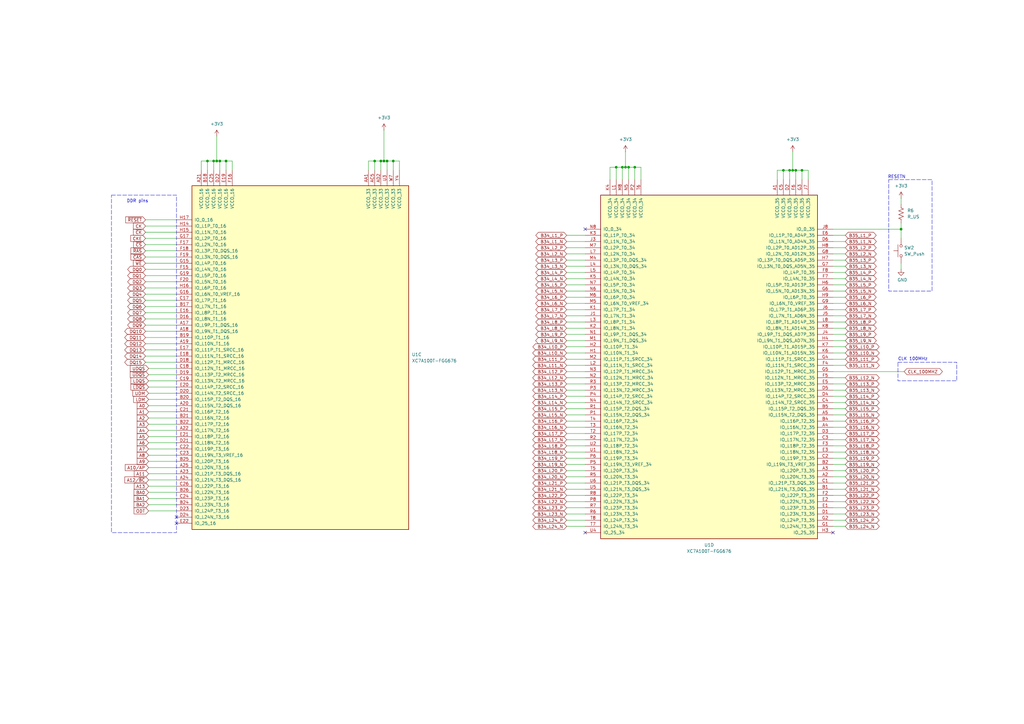
<source format=kicad_sch>
(kicad_sch (version 20231120) (generator "eeschema") (generator_version "8.0")
  (paper "A3")
  (junction (at 161.29 66.04))
  (junction (at 85.09 66.04))
  (junction (at 153.67 66.04))
  (junction (at 326.39 69.85))
  (junction (at 88.9 66.04))
  (junction (at 157.48 66.04))
  (junction (at 252.73 68.58))
  (junction (at 87.63 66.04))
  (junction (at 369.57 93.98))
  (junction (at 328.93 69.85))
  (junction (at 255.27 68.58))
  (junction (at 323.85 69.85))
  (junction (at 260.35 68.58))
  (junction (at 90.17 66.04))
  (junction (at 325.12 69.85))
  (junction (at 257.81 68.58))
  (junction (at 156.21 66.04))
  (junction (at 256.54 68.58))
  (junction (at 321.31 69.85))
  (junction (at 92.71 66.04))
  (junction (at 158.75 66.04))
  (no_connect (at 240.03 218.44))
  (no_connect (at 72.39 214.63))
  (no_connect (at 240.03 93.98))
  (no_connect (at 341.63 218.44))
  (no_connect (at 72.39 212.09))
  (wire (pts (xy 328.93 69.85) (xy 328.93 73.66)))
  (wire (pts (xy 232.41 101.6) (xy 240.03 101.6)))
  (wire (pts (xy 346.71 175.26) (xy 341.63 175.26)))
  (wire (pts (xy 59.69 123.19) (xy 72.39 123.19)))
  (wire (pts (xy 346.71 119.38) (xy 341.63 119.38)))
  (wire (pts (xy 331.47 73.66) (xy 331.47 69.85)))
  (wire (pts (xy 369.57 81.28) (xy 369.57 83.82)))
  (wire (pts (xy 346.71 142.24) (xy 341.63 142.24)))
  (wire (pts (xy 346.71 147.32) (xy 341.63 147.32)))
  (wire (pts (xy 72.39 173.99) (xy 60.96 173.99)))
  (wire (pts (xy 59.69 130.81) (xy 72.39 130.81)))
  (wire (pts (xy 85.09 66.04) (xy 85.09 69.85)))
  (wire (pts (xy 252.73 68.58) (xy 255.27 68.58)))
  (wire (pts (xy 346.71 162.56) (xy 341.63 162.56)))
  (wire (pts (xy 370.84 152.4) (xy 341.63 152.4)))
  (wire (pts (xy 232.41 185.42) (xy 240.03 185.42)))
  (wire (pts (xy 158.75 66.04) (xy 158.75 69.85)))
  (wire (pts (xy 156.21 66.04) (xy 157.48 66.04)))
  (wire (pts (xy 346.71 210.82) (xy 341.63 210.82)))
  (wire (pts (xy 346.71 106.68) (xy 341.63 106.68)))
  (wire (pts (xy 232.41 213.36) (xy 240.03 213.36)))
  (wire (pts (xy 232.41 193.04) (xy 240.03 193.04)))
  (wire (pts (xy 232.41 154.94) (xy 240.03 154.94)))
  (wire (pts (xy 346.71 180.34) (xy 341.63 180.34)))
  (wire (pts (xy 252.73 68.58) (xy 252.73 73.66)))
  (wire (pts (xy 346.71 104.14) (xy 341.63 104.14)))
  (wire (pts (xy 59.69 107.95) (xy 72.39 107.95)))
  (wire (pts (xy 346.71 215.9) (xy 341.63 215.9)))
  (wire (pts (xy 326.39 69.85) (xy 326.39 73.66)))
  (wire (pts (xy 346.71 124.46) (xy 341.63 124.46)))
  (wire (pts (xy 256.54 68.58) (xy 256.54 62.23)))
  (wire (pts (xy 59.69 128.27) (xy 72.39 128.27)))
  (wire (pts (xy 346.71 195.58) (xy 341.63 195.58)))
  (wire (pts (xy 156.21 66.04) (xy 156.21 69.85)))
  (wire (pts (xy 346.71 99.06) (xy 341.63 99.06)))
  (wire (pts (xy 346.71 208.28) (xy 341.63 208.28)))
  (wire (pts (xy 346.71 182.88) (xy 341.63 182.88)))
  (wire (pts (xy 260.35 68.58) (xy 257.81 68.58)))
  (wire (pts (xy 260.35 68.58) (xy 260.35 73.66)))
  (wire (pts (xy 72.39 204.47) (xy 60.96 204.47)))
  (wire (pts (xy 346.71 111.76) (xy 341.63 111.76)))
  (wire (pts (xy 232.41 210.82) (xy 240.03 210.82)))
  (wire (pts (xy 346.71 167.64) (xy 341.63 167.64)))
  (wire (pts (xy 232.41 104.14) (xy 240.03 104.14)))
  (wire (pts (xy 163.83 69.85) (xy 163.83 66.04)))
  (wire (pts (xy 161.29 66.04) (xy 163.83 66.04)))
  (wire (pts (xy 87.63 66.04) (xy 87.63 69.85)))
  (wire (pts (xy 157.48 66.04) (xy 158.75 66.04)))
  (wire (pts (xy 346.71 96.52) (xy 341.63 96.52)))
  (wire (pts (xy 72.39 186.69) (xy 60.96 186.69)))
  (wire (pts (xy 72.39 191.77) (xy 60.96 191.77)))
  (wire (pts (xy 346.71 203.2) (xy 341.63 203.2)))
  (wire (pts (xy 232.41 205.74) (xy 240.03 205.74)))
  (wire (pts (xy 262.89 73.66) (xy 262.89 68.58)))
  (wire (pts (xy 232.41 96.52) (xy 240.03 96.52)))
  (wire (pts (xy 151.13 69.85) (xy 151.13 66.04)))
  (wire (pts (xy 346.71 121.92) (xy 341.63 121.92)))
  (wire (pts (xy 59.69 125.73) (xy 72.39 125.73)))
  (wire (pts (xy 321.31 69.85) (xy 323.85 69.85)))
  (wire (pts (xy 232.41 172.72) (xy 240.03 172.72)))
  (wire (pts (xy 346.71 137.16) (xy 341.63 137.16)))
  (wire (pts (xy 59.69 133.35) (xy 72.39 133.35)))
  (wire (pts (xy 232.41 144.78) (xy 240.03 144.78)))
  (wire (pts (xy 72.39 207.01) (xy 60.96 207.01)))
  (wire (pts (xy 72.39 168.91) (xy 60.96 168.91)))
  (wire (pts (xy 232.41 142.24) (xy 240.03 142.24)))
  (wire (pts (xy 72.39 184.15) (xy 60.96 184.15)))
  (wire (pts (xy 232.41 106.68) (xy 240.03 106.68)))
  (wire (pts (xy 232.41 200.66) (xy 240.03 200.66)))
  (wire (pts (xy 60.96 151.13) (xy 72.39 151.13)))
  (wire (pts (xy 232.41 114.3) (xy 240.03 114.3)))
  (wire (pts (xy 153.67 66.04) (xy 153.67 69.85)))
  (wire (pts (xy 232.41 132.08) (xy 240.03 132.08)))
  (wire (pts (xy 85.09 66.04) (xy 87.63 66.04)))
  (wire (pts (xy 232.41 175.26) (xy 240.03 175.26)))
  (wire (pts (xy 346.71 139.7) (xy 341.63 139.7)))
  (wire (pts (xy 346.71 154.94) (xy 341.63 154.94)))
  (wire (pts (xy 323.85 69.85) (xy 323.85 73.66)))
  (wire (pts (xy 232.41 121.92) (xy 240.03 121.92)))
  (wire (pts (xy 346.71 129.54) (xy 341.63 129.54)))
  (wire (pts (xy 346.71 205.74) (xy 341.63 205.74)))
  (wire (pts (xy 72.39 166.37) (xy 60.96 166.37)))
  (wire (pts (xy 232.41 152.4) (xy 240.03 152.4)))
  (wire (pts (xy 232.41 203.2) (xy 240.03 203.2)))
  (wire (pts (xy 256.54 68.58) (xy 255.27 68.58)))
  (wire (pts (xy 232.41 99.06) (xy 240.03 99.06)))
  (wire (pts (xy 232.41 195.58) (xy 240.03 195.58)))
  (wire (pts (xy 82.55 69.85) (xy 82.55 66.04)))
  (wire (pts (xy 59.69 95.25) (xy 72.39 95.25)))
  (wire (pts (xy 59.69 90.17) (xy 72.39 90.17)))
  (wire (pts (xy 331.47 69.85) (xy 328.93 69.85)))
  (wire (pts (xy 90.17 66.04) (xy 88.9 66.04)))
  (wire (pts (xy 232.41 170.18) (xy 240.03 170.18)))
  (wire (pts (xy 346.71 114.3) (xy 341.63 114.3)))
  (wire (pts (xy 346.71 160.02) (xy 341.63 160.02)))
  (wire (pts (xy 82.55 66.04) (xy 85.09 66.04)))
  (wire (pts (xy 59.69 92.71) (xy 72.39 92.71)))
  (wire (pts (xy 318.77 69.85) (xy 321.31 69.85)))
  (wire (pts (xy 161.29 66.04) (xy 161.29 69.85)))
  (wire (pts (xy 72.39 194.31) (xy 60.96 194.31)))
  (wire (pts (xy 72.39 156.21) (xy 60.96 156.21)))
  (wire (pts (xy 250.19 73.66) (xy 250.19 68.58)))
  (wire (pts (xy 232.41 124.46) (xy 240.03 124.46)))
  (wire (pts (xy 72.39 209.55) (xy 60.96 209.55)))
  (wire (pts (xy 369.57 107.95) (xy 369.57 110.49)))
  (wire (pts (xy 369.57 93.98) (xy 369.57 97.79)))
  (wire (pts (xy 232.41 165.1) (xy 240.03 165.1)))
  (wire (pts (xy 346.71 134.62) (xy 341.63 134.62)))
  (wire (pts (xy 232.41 215.9) (xy 240.03 215.9)))
  (wire (pts (xy 88.9 66.04) (xy 88.9 55.88)))
  (wire (pts (xy 232.41 129.54) (xy 240.03 129.54)))
  (wire (pts (xy 346.71 177.8) (xy 341.63 177.8)))
  (wire (pts (xy 95.25 69.85) (xy 95.25 66.04)))
  (wire (pts (xy 72.39 161.29) (xy 60.96 161.29)))
  (wire (pts (xy 325.12 69.85) (xy 323.85 69.85)))
  (wire (pts (xy 59.69 135.89) (xy 72.39 135.89)))
  (wire (pts (xy 255.27 73.66) (xy 255.27 68.58)))
  (wire (pts (xy 72.39 196.85) (xy 60.96 196.85)))
  (wire (pts (xy 346.71 198.12) (xy 341.63 198.12)))
  (wire (pts (xy 232.41 198.12) (xy 240.03 198.12)))
  (wire (pts (xy 59.69 100.33) (xy 72.39 100.33)))
  (wire (pts (xy 232.41 134.62) (xy 240.03 134.62)))
  (wire (pts (xy 346.71 149.86) (xy 341.63 149.86)))
  (wire (pts (xy 232.41 177.8) (xy 240.03 177.8)))
  (wire (pts (xy 157.48 66.04) (xy 157.48 53.34)))
  (wire (pts (xy 346.71 170.18) (xy 341.63 170.18)))
  (wire (pts (xy 346.71 116.84) (xy 341.63 116.84)))
  (wire (pts (xy 95.25 66.04) (xy 92.71 66.04)))
  (wire (pts (xy 318.77 73.66) (xy 318.77 69.85)))
  (wire (pts (xy 232.41 137.16) (xy 240.03 137.16)))
  (wire (pts (xy 232.41 109.22) (xy 240.03 109.22)))
  (wire (pts (xy 87.63 66.04) (xy 88.9 66.04)))
  (wire (pts (xy 232.41 187.96) (xy 240.03 187.96)))
  (wire (pts (xy 346.71 132.08) (xy 341.63 132.08)))
  (wire (pts (xy 346.71 101.6) (xy 341.63 101.6)))
  (wire (pts (xy 72.39 199.39) (xy 60.96 199.39)))
  (wire (pts (xy 232.41 167.64) (xy 240.03 167.64)))
  (wire (pts (xy 72.39 163.83) (xy 60.96 163.83)))
  (wire (pts (xy 59.69 140.97) (xy 72.39 140.97)))
  (wire (pts (xy 257.81 68.58) (xy 257.81 73.66)))
  (wire (pts (xy 232.41 139.7) (xy 240.03 139.7)))
  (wire (pts (xy 326.39 69.85) (xy 325.12 69.85)))
  (wire (pts (xy 346.71 200.66) (xy 341.63 200.66)))
  (wire (pts (xy 59.69 143.51) (xy 72.39 143.51)))
  (wire (pts (xy 232.41 182.88) (xy 240.03 182.88)))
  (wire (pts (xy 369.57 91.44) (xy 369.57 93.98)))
  (wire (pts (xy 59.69 118.11) (xy 72.39 118.11)))
  (wire (pts (xy 346.71 109.22) (xy 341.63 109.22)))
  (wire (pts (xy 90.17 66.04) (xy 90.17 69.85)))
  (wire (pts (xy 59.69 105.41) (xy 72.39 105.41)))
  (wire (pts (xy 59.69 97.79) (xy 72.39 97.79)))
  (wire (pts (xy 232.41 208.28) (xy 240.03 208.28)))
  (wire (pts (xy 232.41 119.38) (xy 240.03 119.38)))
  (wire (pts (xy 325.12 69.85) (xy 325.12 62.23)))
  (wire (pts (xy 232.41 157.48) (xy 240.03 157.48)))
  (wire (pts (xy 60.96 153.67) (xy 72.39 153.67)))
  (wire (pts (xy 256.54 68.58) (xy 257.81 68.58)))
  (wire (pts (xy 72.39 201.93) (xy 60.96 201.93)))
  (wire (pts (xy 59.69 115.57) (xy 72.39 115.57)))
  (wire (pts (xy 232.41 162.56) (xy 240.03 162.56)))
  (wire (pts (xy 59.69 146.05) (xy 72.39 146.05)))
  (wire (pts (xy 232.41 180.34) (xy 240.03 180.34)))
  (wire (pts (xy 346.71 165.1) (xy 341.63 165.1)))
  (wire (pts (xy 250.19 68.58) (xy 252.73 68.58)))
  (wire (pts (xy 72.39 176.53) (xy 60.96 176.53)))
  (wire (pts (xy 72.39 181.61) (xy 60.96 181.61)))
  (wire (pts (xy 59.69 102.87) (xy 72.39 102.87)))
  (wire (pts (xy 92.71 66.04) (xy 90.17 66.04)))
  (wire (pts (xy 346.71 213.36) (xy 341.63 213.36)))
  (wire (pts (xy 346.71 185.42) (xy 341.63 185.42)))
  (wire (pts (xy 262.89 68.58) (xy 260.35 68.58)))
  (wire (pts (xy 346.71 157.48) (xy 341.63 157.48)))
  (wire (pts (xy 232.41 116.84) (xy 240.03 116.84)))
  (wire (pts (xy 232.41 127) (xy 240.03 127)))
  (wire (pts (xy 346.71 190.5) (xy 341.63 190.5)))
  (wire (pts (xy 341.63 93.98) (xy 369.57 93.98)))
  (wire (pts (xy 92.71 66.04) (xy 92.71 69.85)))
  (wire (pts (xy 72.39 171.45) (xy 60.96 171.45)))
  (wire (pts (xy 232.41 190.5) (xy 240.03 190.5)))
  (wire (pts (xy 346.71 187.96) (xy 341.63 187.96)))
  (wire (pts (xy 153.67 66.04) (xy 156.21 66.04)))
  (wire (pts (xy 72.39 158.75) (xy 60.96 158.75)))
  (wire (pts (xy 232.41 147.32) (xy 240.03 147.32)))
  (wire (pts (xy 232.41 149.86) (xy 240.03 149.86)))
  (wire (pts (xy 72.39 189.23) (xy 60.96 189.23)))
  (wire (pts (xy 72.39 179.07) (xy 60.96 179.07)))
  (wire (pts (xy 321.31 69.85) (xy 321.31 73.66)))
  (wire (pts (xy 346.71 127) (xy 341.63 127)))
  (wire (pts (xy 59.69 120.65) (xy 72.39 120.65)))
  (wire (pts (xy 346.71 193.04) (xy 341.63 193.04)))
  (wire (pts (xy 59.69 113.03) (xy 72.39 113.03)))
  (wire (pts (xy 158.75 66.04) (xy 161.29 66.04)))
  (wire (pts (xy 232.41 160.02) (xy 240.03 160.02)))
  (wire (pts (xy 59.69 148.59) (xy 72.39 148.59)))
  (wire (pts (xy 346.71 144.78) (xy 341.63 144.78)))
  (wire (pts (xy 232.41 111.76) (xy 240.03 111.76)))
  (wire (pts (xy 328.93 69.85) (xy 326.39 69.85)))
  (wire (pts (xy 346.71 172.72) (xy 341.63 172.72)))
  (wire (pts (xy 59.69 110.49) (xy 72.39 110.49)))
  (wire (pts (xy 59.69 138.43) (xy 72.39 138.43)))
  (wire (pts (xy 151.13 66.04) (xy 153.67 66.04)))
  (rectangle (start 368.3 148.59) (end 392.43 156.21) (stroke (width 0) (type dash)))
  (rectangle (start 45.72 80.01) (end 72.39 218.44) (stroke (width 0) (type dash)))
  (rectangle (start 364.49 73.66) (end 382.27 119.38) (stroke (width 0) (type dash)))
  (text "RESETN" (at 367.792 72.644 0) (effects (font (size 1.27 1.27))))
  (text "CLK 100MHz" (at 374.396 147.32 0) (effects (font (size 1.27 1.27))))
  (text "DDR pins" (at 56.388 82.55 0) (effects (font (size 1.27 1.27))))
  (global_label "B35_L17_N" (shape bidirectional) (at 346.71 180.34 0) (property "Intersheetrefs" "${INTERSHEET_REFS}" (effects (hide yes))))
  (global_label "B34_L14_P" (shape bidirectional) (at 232.41 162.56 180) (property "Intersheetrefs" "${INTERSHEET_REFS}" (effects (hide yes))))
  (global_label "LDM" (shape input) (at 60.96 163.83 180) (property "Intersheetrefs" "${INTERSHEET_REFS}" (effects (hide yes))))
  (global_label "B35_L18_N" (shape bidirectional) (at 346.71 185.42 0) (property "Intersheetrefs" "${INTERSHEET_REFS}" (effects (hide yes))))
  (global_label "B34_L12_P" (shape bidirectional) (at 232.41 152.4 180) (property "Intersheetrefs" "${INTERSHEET_REFS}" (effects (hide yes))))
  (global_label "B34_L19_P" (shape bidirectional) (at 232.41 187.96 180) (property "Intersheetrefs" "${INTERSHEET_REFS}" (effects (hide yes))))
  (global_label "B35_L15_N" (shape bidirectional) (at 346.71 170.18 0) (property "Intersheetrefs" "${INTERSHEET_REFS}" (effects (hide yes))))
  (global_label "B34_L3_P" (shape bidirectional) (at 232.41 106.68 180) (property "Intersheetrefs" "${INTERSHEET_REFS}" (effects (hide yes))))
  (global_label "DQ0" (shape bidirectional) (at 59.69 110.49 180) (property "Intersheetrefs" "${INTERSHEET_REFS}" (effects (hide yes))))
  (global_label "B34_L6_P" (shape bidirectional) (at 232.41 121.92 180) (property "Intersheetrefs" "${INTERSHEET_REFS}" (effects (hide yes))))
  (global_label "B35_L6_P" (shape bidirectional) (at 346.71 121.92 0) (property "Intersheetrefs" "${INTERSHEET_REFS}" (effects (hide yes))))
  (global_label "B34_L11_N" (shape bidirectional) (at 232.41 149.86 180) (property "Intersheetrefs" "${INTERSHEET_REFS}" (effects (hide yes))))
  (global_label "B35_L14_N" (shape bidirectional) (at 346.71 165.1 0) (property "Intersheetrefs" "${INTERSHEET_REFS}" (effects (hide yes))))
  (global_label "B35_L24_P" (shape bidirectional) (at 346.71 213.36 0) (property "Intersheetrefs" "${INTERSHEET_REFS}" (effects (hide yes))))
  (global_label "DQ6" (shape bidirectional) (at 59.69 125.73 180) (property "Intersheetrefs" "${INTERSHEET_REFS}" (effects (hide yes))))
  (global_label "B34_L17_P" (shape bidirectional) (at 232.41 177.8 180) (property "Intersheetrefs" "${INTERSHEET_REFS}" (effects (hide yes))))
  (global_label "B35_L23_N" (shape bidirectional) (at 346.71 210.82 0) (property "Intersheetrefs" "${INTERSHEET_REFS}" (effects (hide yes))))
  (global_label "B35_L3_N" (shape bidirectional) (at 346.71 109.22 0) (property "Intersheetrefs" "${INTERSHEET_REFS}" (effects (hide yes))))
  (global_label "B35_L13_P" (shape bidirectional) (at 346.71 157.48 0) (property "Intersheetrefs" "${INTERSHEET_REFS}" (effects (hide yes))))
  (global_label "B35_L9_N" (shape bidirectional) (at 346.71 139.7 0) (property "Intersheetrefs" "${INTERSHEET_REFS}" (effects (hide yes))))
  (global_label "B35_L20_N" (shape bidirectional) (at 346.71 195.58 0) (property "Intersheetrefs" "${INTERSHEET_REFS}" (effects (hide yes))))
  (global_label "B34_L2_N" (shape bidirectional) (at 232.41 104.14 180) (property "Intersheetrefs" "${INTERSHEET_REFS}" (effects (hide yes))))
  (global_label "DQ9" (shape bidirectional) (at 59.69 133.35 180) (property "Intersheetrefs" "${INTERSHEET_REFS}" (effects (hide yes))))
  (global_label "B34_L1_N" (shape bidirectional) (at 232.41 99.06 180) (property "Intersheetrefs" "${INTERSHEET_REFS}" (effects (hide yes))))
  (global_label "B35_L7_N" (shape bidirectional) (at 346.71 129.54 0) (property "Intersheetrefs" "${INTERSHEET_REFS}" (effects (hide yes))))
  (global_label "B34_L16_P" (shape bidirectional) (at 232.41 172.72 180) (property "Intersheetrefs" "${INTERSHEET_REFS}" (effects (hide yes))))
  (global_label "B35_L23_P" (shape bidirectional) (at 346.71 208.28 0) (property "Intersheetrefs" "${INTERSHEET_REFS}" (effects (hide yes))))
  (global_label "A3" (shape input) (at 60.96 173.99 180) (property "Intersheetrefs" "${INTERSHEET_REFS}" (effects (hide yes))))
  (global_label "B35_L2_P" (shape bidirectional) (at 346.71 101.6 0) (property "Intersheetrefs" "${INTERSHEET_REFS}" (effects (hide yes))))
  (global_label "B34_L7_P" (shape bidirectional) (at 232.41 127 180) (property "Intersheetrefs" "${INTERSHEET_REFS}" (effects (hide yes))))
  (global_label "B35_L1_N" (shape bidirectional) (at 346.71 99.06 0) (property "Intersheetrefs" "${INTERSHEET_REFS}" (effects (hide yes))))
  (global_label "A8" (shape input) (at 60.96 186.69 180) (property "Intersheetrefs" "${INTERSHEET_REFS}" (effects (hide yes))))
  (global_label "B35_L8_N" (shape bidirectional) (at 346.71 134.62 0) (property "Intersheetrefs" "${INTERSHEET_REFS}" (effects (hide yes))))
  (global_label "DQ8" (shape bidirectional) (at 59.69 130.81 180) (property "Intersheetrefs" "${INTERSHEET_REFS}" (effects (hide yes))))
  (global_label "B35_L19_N" (shape bidirectional) (at 346.71 190.5 0) (property "Intersheetrefs" "${INTERSHEET_REFS}" (effects (hide yes))))
  (global_label "B35_L21_P" (shape bidirectional) (at 346.71 198.12 0) (property "Intersheetrefs" "${INTERSHEET_REFS}" (effects (hide yes))))
  (global_label "BA2" (shape input) (at 60.96 207.01 180) (property "Intersheetrefs" "${INTERSHEET_REFS}" (effects (hide yes))))
  (global_label "B34_L10_N" (shape bidirectional) (at 232.41 144.78 180) (property "Intersheetrefs" "${INTERSHEET_REFS}" (effects (hide yes))))
  (global_label "CK" (shape input) (at 59.69 92.71 180) (property "Intersheetrefs" "${INTERSHEET_REFS}" (effects (hide yes))))
  (global_label "B35_L4_N" (shape bidirectional) (at 346.71 114.3 0) (property "Intersheetrefs" "${INTERSHEET_REFS}" (effects (hide yes))))
  (global_label "B34_L15_N" (shape bidirectional) (at 232.41 170.18 180) (property "Intersheetrefs" "${INTERSHEET_REFS}" (effects (hide yes))))
  (global_label "B34_L9_P" (shape bidirectional) (at 232.41 137.16 180) (property "Intersheetrefs" "${INTERSHEET_REFS}" (effects (hide yes))))
  (global_label "B34_L7_N" (shape bidirectional) (at 232.41 129.54 180) (property "Intersheetrefs" "${INTERSHEET_REFS}" (effects (hide yes))))
  (global_label "B34_L8_N" (shape bidirectional) (at 232.41 134.62 180) (property "Intersheetrefs" "${INTERSHEET_REFS}" (effects (hide yes))))
  (global_label "B35_L12_N" (shape bidirectional) (at 346.71 154.94 0) (property "Intersheetrefs" "${INTERSHEET_REFS}" (effects (hide yes))))
  (global_label "DQ7" (shape bidirectional) (at 59.69 128.27 180) (property "Intersheetrefs" "${INTERSHEET_REFS}" (effects (hide yes))))
  (global_label "B34_L4_P" (shape bidirectional) (at 232.41 111.76 180) (property "Intersheetrefs" "${INTERSHEET_REFS}" (effects (hide yes))))
  (global_label "B35_L16_P" (shape bidirectional) (at 346.71 172.72 0) (property "Intersheetrefs" "${INTERSHEET_REFS}" (effects (hide yes))))
  (global_label "B35_L6_N" (shape bidirectional) (at 346.71 124.46 0) (property "Intersheetrefs" "${INTERSHEET_REFS}" (effects (hide yes))))
  (global_label "~{LDQS}" (shape input) (at 60.96 158.75 180) (property "Intersheetrefs" "${INTERSHEET_REFS}" (effects (hide yes))))
  (global_label "B35_L17_P" (shape bidirectional) (at 346.71 177.8 0) (property "Intersheetrefs" "${INTERSHEET_REFS}" (effects (hide yes))))
  (global_label "B34_L19_N" (shape bidirectional) (at 232.41 190.5 180) (property "Intersheetrefs" "${INTERSHEET_REFS}" (effects (hide yes))))
  (global_label "B35_L11_N" (shape bidirectional) (at 346.71 149.86 0) (property "Intersheetrefs" "${INTERSHEET_REFS}" (effects (hide yes))))
  (global_label "A1" (shape input) (at 60.96 168.91 180) (property "Intersheetrefs" "${INTERSHEET_REFS}" (effects (hide yes))))
  (global_label "~{UDQS}" (shape input) (at 60.96 153.67 180) (property "Intersheetrefs" "${INTERSHEET_REFS}" (effects (hide yes))))
  (global_label "B34_L8_P" (shape bidirectional) (at 232.41 132.08 180) (property "Intersheetrefs" "${INTERSHEET_REFS}" (effects (hide yes))))
  (global_label "B35_L18_P" (shape bidirectional) (at 346.71 182.88 0) (property "Intersheetrefs" "${INTERSHEET_REFS}" (effects (hide yes))))
  (global_label "DQ1" (shape bidirectional) (at 59.69 113.03 180) (property "Intersheetrefs" "${INTERSHEET_REFS}" (effects (hide yes))))
  (global_label "B35_L11_P" (shape bidirectional) (at 346.71 147.32 0) (property "Intersheetrefs" "${INTERSHEET_REFS}" (effects (hide yes))))
  (global_label "B34_L10_P" (shape bidirectional) (at 232.41 142.24 180) (property "Intersheetrefs" "${INTERSHEET_REFS}" (effects (hide yes))))
  (global_label "~{CAS}" (shape input) (at 59.69 105.41 180) (property "Intersheetrefs" "${INTERSHEET_REFS}" (effects (hide yes))))
  (global_label "B35_L22_P" (shape bidirectional) (at 346.71 203.2 0) (property "Intersheetrefs" "${INTERSHEET_REFS}" (effects (hide yes))))
  (global_label "B34_L20_P" (shape bidirectional) (at 232.41 193.04 180) (property "Intersheetrefs" "${INTERSHEET_REFS}" (effects (hide yes))))
  (global_label "B34_L4_N" (shape bidirectional) (at 232.41 114.3 180) (property "Intersheetrefs" "${INTERSHEET_REFS}" (effects (hide yes))))
  (global_label "B34_L17_N" (shape bidirectional) (at 232.41 180.34 180) (property "Intersheetrefs" "${INTERSHEET_REFS}" (effects (hide yes))))
  (global_label "B35_L9_P" (shape bidirectional) (at 346.71 137.16 0) (property "Intersheetrefs" "${INTERSHEET_REFS}" (effects (hide yes))))
  (global_label "B34_L24_P" (shape bidirectional) (at 232.41 213.36 180) (property "Intersheetrefs" "${INTERSHEET_REFS}" (effects (hide yes))))
  (global_label "B34_L22_N" (shape bidirectional) (at 232.41 205.74 180) (property "Intersheetrefs" "${INTERSHEET_REFS}" (effects (hide yes))))
  (global_label "B34_L6_N" (shape bidirectional) (at 232.41 124.46 180) (property "Intersheetrefs" "${INTERSHEET_REFS}" (effects (hide yes))))
  (global_label "LDQS" (shape input) (at 60.96 156.21 180) (property "Intersheetrefs" "${INTERSHEET_REFS}" (effects (hide yes))))
  (global_label "B34_L21_N" (shape bidirectional) (at 232.41 200.66 180) (property "Intersheetrefs" "${INTERSHEET_REFS}" (effects (hide yes))))
  (global_label "B35_L19_P" (shape bidirectional) (at 346.71 187.96 0) (property "Intersheetrefs" "${INTERSHEET_REFS}" (effects (hide yes))))
  (global_label "B34_L18_N" (shape bidirectional) (at 232.41 185.42 180) (property "Intersheetrefs" "${INTERSHEET_REFS}" (effects (hide yes))))
  (global_label "B35_L3_P" (shape bidirectional) (at 346.71 106.68 0) (property "Intersheetrefs" "${INTERSHEET_REFS}" (effects (hide yes))))
  (global_label "B34_L23_P" (shape bidirectional) (at 232.41 208.28 180) (property "Intersheetrefs" "${INTERSHEET_REFS}" (effects (hide yes))))
  (global_label "DQ15" (shape bidirectional) (at 59.69 148.59 180) (property "Intersheetrefs" "${INTERSHEET_REFS}" (effects (hide yes))))
  (global_label "B35_L1_P" (shape bidirectional) (at 346.71 96.52 0) (property "Intersheetrefs" "${INTERSHEET_REFS}" (effects (hide yes))))
  (global_label "BA0" (shape input) (at 60.96 201.93 180) (property "Intersheetrefs" "${INTERSHEET_REFS}" (effects (hide yes))))
  (global_label "BA1" (shape input) (at 60.96 204.47 180) (property "Intersheetrefs" "${INTERSHEET_REFS}" (effects (hide yes))))
  (global_label "CLK_100MHZ" (shape bidirectional) (at 370.84 152.4 0) (property "Intersheetrefs" "${INTERSHEET_REFS}" (effects (hide yes))))
  (global_label "~{WE}" (shape input) (at 59.69 107.95 180) (property "Intersheetrefs" "${INTERSHEET_REFS}" (effects (hide yes))))
  (global_label "B35_L14_P" (shape bidirectional) (at 346.71 162.56 0) (property "Intersheetrefs" "${INTERSHEET_REFS}" (effects (hide yes))))
  (global_label "A6" (shape input) (at 60.96 181.61 180) (property "Intersheetrefs" "${INTERSHEET_REFS}" (effects (hide yes))))
  (global_label "A7" (shape input) (at 60.96 184.15 180) (property "Intersheetrefs" "${INTERSHEET_REFS}" (effects (hide yes))))
  (global_label "B34_L11_P" (shape bidirectional) (at 232.41 147.32 180) (property "Intersheetrefs" "${INTERSHEET_REFS}" (effects (hide yes))))
  (global_label "B34_L9_N" (shape bidirectional) (at 232.41 139.7 180) (property "Intersheetrefs" "${INTERSHEET_REFS}" (effects (hide yes))))
  (global_label "B35_L7_P" (shape bidirectional) (at 346.71 127 0) (property "Intersheetrefs" "${INTERSHEET_REFS}" (effects (hide yes))))
  (global_label "DQ11" (shape bidirectional) (at 59.69 138.43 180) (property "Intersheetrefs" "${INTERSHEET_REFS}" (effects (hide yes))))
  (global_label "B34_L13_N" (shape bidirectional) (at 232.41 160.02 180) (property "Intersheetrefs" "${INTERSHEET_REFS}" (effects (hide yes))))
  (global_label "B35_L5_N" (shape bidirectional) (at 346.71 119.38 0) (property "Intersheetrefs" "${INTERSHEET_REFS}" (effects (hide yes))))
  (global_label "B34_L2_P" (shape bidirectional) (at 232.41 101.6 180) (property "Intersheetrefs" "${INTERSHEET_REFS}" (effects (hide yes))))
  (global_label "B34_L5_N" (shape bidirectional) (at 232.41 119.38 180) (property "Intersheetrefs" "${INTERSHEET_REFS}" (effects (hide yes))))
  (global_label "B35_L10_P" (shape bidirectional) (at 346.71 142.24 0) (property "Intersheetrefs" "${INTERSHEET_REFS}" (effects (hide yes))))
  (global_label "DQ2" (shape bidirectional) (at 59.69 115.57 180) (property "Intersheetrefs" "${INTERSHEET_REFS}" (effects (hide yes))))
  (global_label "~{CS}" (shape input) (at 59.69 100.33 180) (property "Intersheetrefs" "${INTERSHEET_REFS}" (effects (hide yes))))
  (global_label "B34_L1_P" (shape bidirectional) (at 232.41 96.52 180) (property "Intersheetrefs" "${INTERSHEET_REFS}" (effects (hide yes))))
  (global_label "DQ4" (shape bidirectional) (at 59.69 120.65 180) (property "Intersheetrefs" "${INTERSHEET_REFS}" (effects (hide yes))))
  (global_label "B35_L2_N" (shape bidirectional) (at 346.71 104.14 0) (property "Intersheetrefs" "${INTERSHEET_REFS}" (effects (hide yes))))
  (global_label "~{RAS}" (shape input) (at 59.69 102.87 180) (property "Intersheetrefs" "${INTERSHEET_REFS}" (effects (hide yes))))
  (global_label "B35_L21_N" (shape bidirectional) (at 346.71 200.66 0) (property "Intersheetrefs" "${INTERSHEET_REFS}" (effects (hide yes))))
  (global_label "A5" (shape input) (at 60.96 179.07 180) (property "Intersheetrefs" "${INTERSHEET_REFS}" (effects (hide yes))))
  (global_label "B35_L15_P" (shape bidirectional) (at 346.71 167.64 0) (property "Intersheetrefs" "${INTERSHEET_REFS}" (effects (hide yes))))
  (global_label "B35_L8_P" (shape bidirectional) (at 346.71 132.08 0) (property "Intersheetrefs" "${INTERSHEET_REFS}" (effects (hide yes))))
  (global_label "~{CK}" (shape input) (at 59.69 95.25 180) (property "Intersheetrefs" "${INTERSHEET_REFS}" (effects (hide yes))))
  (global_label "DQ14" (shape bidirectional) (at 59.69 146.05 180) (property "Intersheetrefs" "${INTERSHEET_REFS}" (effects (hide yes))))
  (global_label "ODT" (shape input) (at 60.96 209.55 180) (property "Intersheetrefs" "${INTERSHEET_REFS}" (effects (hide yes))))
  (global_label "B34_L5_P" (shape bidirectional) (at 232.41 116.84 180) (property "Intersheetrefs" "${INTERSHEET_REFS}" (effects (hide yes))))
  (global_label "B35_L10_N" (shape bidirectional) (at 346.71 144.78 0) (property "Intersheetrefs" "${INTERSHEET_REFS}" (effects (hide yes))))
  (global_label "B34_L21_P" (shape bidirectional) (at 232.41 198.12 180) (property "Intersheetrefs" "${INTERSHEET_REFS}" (effects (hide yes))))
  (global_label "B34_L12_N" (shape bidirectional) (at 232.41 154.94 180) (property "Intersheetrefs" "${INTERSHEET_REFS}" (effects (hide yes))))
  (global_label "B34_L15_P" (shape bidirectional) (at 232.41 167.64 180) (property "Intersheetrefs" "${INTERSHEET_REFS}" (effects (hide yes))))
  (global_label "DQ13" (shape bidirectional) (at 59.69 143.51 180) (property "Intersheetrefs" "${INTERSHEET_REFS}" (effects (hide yes))))
  (global_label "B34_L23_N" (shape bidirectional) (at 232.41 210.82 180) (property "Intersheetrefs" "${INTERSHEET_REFS}" (effects (hide yes))))
  (global_label "B35_L4_P" (shape bidirectional) (at 346.71 111.76 0) (property "Intersheetrefs" "${INTERSHEET_REFS}" (effects (hide yes))))
  (global_label "A9" (shape input) (at 60.96 189.23 180) (property "Intersheetrefs" "${INTERSHEET_REFS}" (effects (hide yes))))
  (global_label "B34_L18_P" (shape bidirectional) (at 232.41 182.88 180) (property "Intersheetrefs" "${INTERSHEET_REFS}" (effects (hide yes))))
  (global_label "DQ12" (shape bidirectional) (at 59.69 140.97 180) (property "Intersheetrefs" "${INTERSHEET_REFS}" (effects (hide yes))))
  (global_label "UDQS" (shape input) (at 60.96 151.13 180) (property "Intersheetrefs" "${INTERSHEET_REFS}" (effects (hide yes))))
  (global_label "B34_L20_N" (shape bidirectional) (at 232.41 195.58 180) (property "Intersheetrefs" "${INTERSHEET_REFS}" (effects (hide yes))))
  (global_label "CKE" (shape input) (at 59.69 97.79 180) (property "Intersheetrefs" "${INTERSHEET_REFS}" (effects (hide yes))))
  (global_label "A2" (shape input) (at 60.96 171.45 180) (property "Intersheetrefs" "${INTERSHEET_REFS}" (effects (hide yes))))
  (global_label "B34_L24_N" (shape bidirectional) (at 232.41 215.9 180) (property "Intersheetrefs" "${INTERSHEET_REFS}" (effects (hide yes))))
  (global_label "B35_L5_P" (shape bidirectional) (at 346.71 116.84 0) (property "Intersheetrefs" "${INTERSHEET_REFS}" (effects (hide yes))))
  (global_label "B34_L22_P" (shape bidirectional) (at 232.41 203.2 180) (property "Intersheetrefs" "${INTERSHEET_REFS}" (effects (hide yes))))
  (global_label "B34_L3_N" (shape bidirectional) (at 232.41 109.22 180) (property "Intersheetrefs" "${INTERSHEET_REFS}" (effects (hide yes))))
  (global_label "B35_L24_N" (shape bidirectional) (at 346.71 215.9 0) (property "Intersheetrefs" "${INTERSHEET_REFS}" (effects (hide yes))))
  (global_label "~{RESET}" (shape input) (at 59.69 90.17 180) (property "Intersheetrefs" "${INTERSHEET_REFS}" (effects (hide yes))))
  (global_label "B35_L16_N" (shape bidirectional) (at 346.71 175.26 0) (property "Intersheetrefs" "${INTERSHEET_REFS}" (effects (hide yes))))
  (global_label "B35_L20_P" (shape bidirectional) (at 346.71 193.04 0) (property "Intersheetrefs" "${INTERSHEET_REFS}" (effects (hide yes))))
  (global_label "A13" (shape input) (at 60.96 199.39 180) (property "Intersheetrefs" "${INTERSHEET_REFS}" (effects (hide yes))))
  (global_label "B34_L13_P" (shape bidirectional) (at 232.41 157.48 180) (property "Intersheetrefs" "${INTERSHEET_REFS}" (effects (hide yes))))
  (global_label "DQ5" (shape bidirectional) (at 59.69 123.19 180) (property "Intersheetrefs" "${INTERSHEET_REFS}" (effects (hide yes))))
  (global_label "A11" (shape input) (at 60.96 194.31 180) (property "Intersheetrefs" "${INTERSHEET_REFS}" (effects (hide yes))))
  (global_label "B35_L22_N" (shape bidirectional) (at 346.71 205.74 0) (property "Intersheetrefs" "${INTERSHEET_REFS}" (effects (hide yes))))
  (global_label "A12/~{BC}" (shape input) (at 60.96 196.85 180) (property "Intersheetrefs" "${INTERSHEET_REFS}" (effects (hide yes))))
  (global_label "B34_L16_N" (shape bidirectional) (at 232.41 175.26 180) (property "Intersheetrefs" "${INTERSHEET_REFS}" (effects (hide yes))))
  (global_label "DQ10" (shape bidirectional) (at 59.69 135.89 180) (property "Intersheetrefs" "${INTERSHEET_REFS}" (effects (hide yes))))
  (global_label "B34_L14_N" (shape bidirectional) (at 232.41 165.1 180) (property "Intersheetrefs" "${INTERSHEET_REFS}" (effects (hide yes))))
  (global_label "A0" (shape input) (at 60.96 166.37 180) (property "Intersheetrefs" "${INTERSHEET_REFS}" (effects (hide yes))))
  (global_label "UDM" (shape input) (at 60.96 161.29 180) (property "Intersheetrefs" "${INTERSHEET_REFS}" (effects (hide yes))))
  (global_label "A10/AP" (shape input) (at 60.96 191.77 180) (property "Intersheetrefs" "${INTERSHEET_REFS}" (effects (hide yes))))
  (global_label "A4" (shape input) (at 60.96 176.53 180) (property "Intersheetrefs" "${INTERSHEET_REFS}" (effects (hide yes))))
  (global_label "B35_L13_N" (shape bidirectional) (at 346.71 160.02 0) (property "Intersheetrefs" "${INTERSHEET_REFS}" (effects (hide yes))))
  (global_label "DQ3" (shape bidirectional) (at 59.69 118.11 180) (property "Intersheetrefs" "${INTERSHEET_REFS}" (effects (hide yes))))
  (symbol (lib_id "power:+3V3") (at 256.54 62.23 0) (unit 1)
    (property "Reference" "#PWR09" (effects (hide yes)))
    (property "Value" "+3V3" (at 256.54 57.15 0))
    (property "Description" "Power symbol creates a global label with name \"+3V3\"" (effects (hide yes)))
  )
  (symbol (lib_id "Switch:SW_Push") (at 369.57 102.87 90) (unit 1)
    (property "Reference" "SW2" (at 370.84 101.5999 90) (effects (justify right)))
    (property "Value" "SW_Push" (at 370.84 104.1399 90) (effects (justify right)))
    (property "Description" "Push button switch, generic, two pins" (effects (hide yes)))
  )
  (symbol (lib_id "FPGA_Xilinx_Artix7:XC7A100T-FGG676") (at 290.83 147.32 0) (unit 4)
    (property "Reference" "U1" (at 290.83 223.52 0))
    (property "Value" "XC7A100T-FGG676" (at 290.83 226.06 0))
    (property "Description" "Artix 7 T 100 XC7A100T-FGG676" (effects (hide yes)))
  )
  (symbol (lib_id "power:+3V3") (at 325.12 62.23 0) (unit 1)
    (property "Reference" "#PWR010" (effects (hide yes)))
    (property "Value" "+3V3" (at 325.12 57.15 0))
    (property "Description" "Power symbol creates a global label with name \"+3V3\"" (effects (hide yes)))
  )
  (symbol (lib_id "power:+3V3") (at 88.9 55.88 0) (unit 1)
    (property "Reference" "#PWR07" (effects (hide yes)))
    (property "Value" "+3V3" (at 88.9 50.8 0))
    (property "Description" "Power symbol creates a global label with name \"+3V3\"" (effects (hide yes)))
  )
  (symbol (lib_id "power:+3V3") (at 157.48 53.34 0) (unit 1)
    (property "Reference" "#PWR08" (effects (hide yes)))
    (property "Value" "+3V3" (at 157.48 48.26 0))
    (property "Description" "Power symbol creates a global label with name \"+3V3\"" (effects (hide yes)))
  )
  (symbol (lib_id "Device:R_US") (at 369.57 87.63 0) (unit 1)
    (property "Reference" "R6" (at 372.11 86.3599 0) (effects (justify left)))
    (property "Value" "R_US" (at 372.11 88.8999 0) (effects (justify left)))
    (property "Description" "Resistor, US symbol" (effects (hide yes)))
  )
  (symbol (lib_id "power:GND") (at 369.57 110.49 0) (unit 1)
    (property "Reference" "#PWR023" (effects (hide yes)))
    (property "Value" "GND" (at 368.046 114.808 0) (effects (justify left)))
    (property "Description" "Power symbol creates a global label with name \"GND\" , ground" (effects (hide yes)))
  )
  (symbol (lib_id "FPGA_Xilinx_Artix7:XC7A100T-FGG676") (at 123.19 143.51 0) (unit 3)
    (property "Reference" "U1" (at 168.91 145.4149 0) (effects (justify left)))
    (property "Value" "XC7A100T-FGG676" (at 168.91 147.9549 0) (effects (justify left)))
    (property "Description" "Artix 7 T 100 XC7A100T-FGG676" (effects (hide yes)))
  )
  (symbol (lib_id "power:+3V3") (at 369.57 81.28 0) (unit 1)
    (property "Reference" "#PWR022" (effects (hide yes)))
    (property "Value" "+3V3" (at 369.57 76.2 0))
    (property "Description" "Power symbol creates a global label with name \"+3V3\"" (effects (hide yes)))
  )
)
</source>
